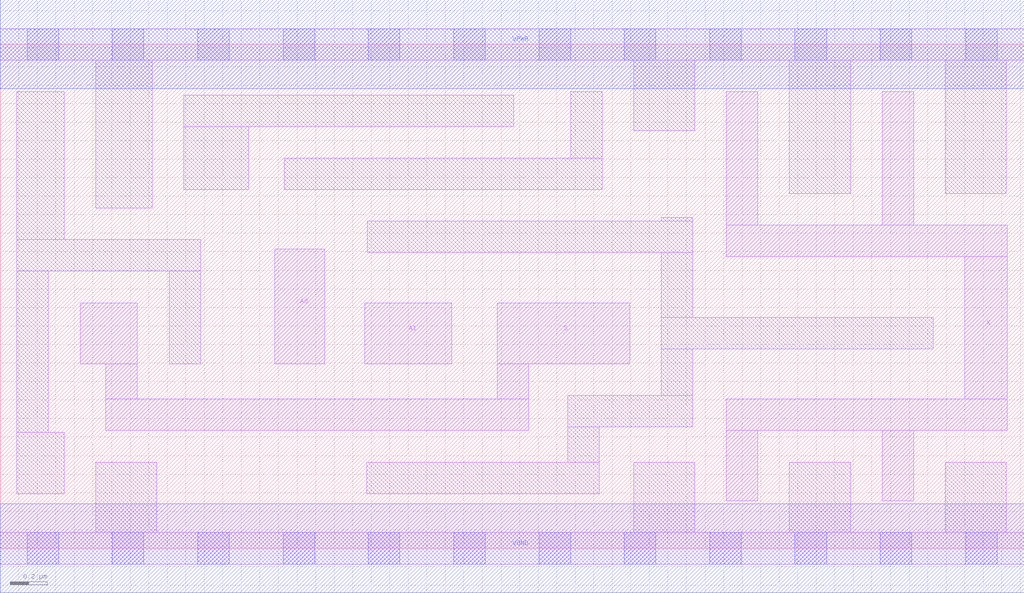
<source format=lef>
# Copyright 2020 The SkyWater PDK Authors
#
# Licensed under the Apache License, Version 2.0 (the "License");
# you may not use this file except in compliance with the License.
# You may obtain a copy of the License at
#
#     https://www.apache.org/licenses/LICENSE-2.0
#
# Unless required by applicable law or agreed to in writing, software
# distributed under the License is distributed on an "AS IS" BASIS,
# WITHOUT WARRANTIES OR CONDITIONS OF ANY KIND, either express or implied.
# See the License for the specific language governing permissions and
# limitations under the License.
#
# SPDX-License-Identifier: Apache-2.0

VERSION 5.7 ;
  NAMESCASESENSITIVE ON ;
  NOWIREEXTENSIONATPIN ON ;
  DIVIDERCHAR "/" ;
  BUSBITCHARS "[]" ;
UNITS
  DATABASE MICRONS 200 ;
END UNITS
MACRO sky130_fd_sc_hd__mux2_4
  CLASS CORE ;
  FOREIGN sky130_fd_sc_hd__mux2_4 ;
  ORIGIN  0.000000  0.000000 ;
  SIZE  5.520000 BY  2.720000 ;
  SYMMETRY X Y R90 ;
  SITE unithd ;
  PIN A0
    ANTENNAGATEAREA  0.247500 ;
    DIRECTION INPUT ;
    USE SIGNAL ;
    PORT
      LAYER li1 ;
        RECT 1.480000 0.995000 1.750000 1.615000 ;
    END
  END A0
  PIN A1
    ANTENNAGATEAREA  0.247500 ;
    DIRECTION INPUT ;
    USE SIGNAL ;
    PORT
      LAYER li1 ;
        RECT 1.965000 0.995000 2.435000 1.325000 ;
    END
  END A1
  PIN S
    ANTENNAGATEAREA  0.495000 ;
    DIRECTION INPUT ;
    USE SIGNAL ;
    PORT
      LAYER li1 ;
        RECT 0.430000 0.995000 0.740000 1.325000 ;
        RECT 0.570000 0.635000 2.850000 0.805000 ;
        RECT 0.570000 0.805000 0.740000 0.995000 ;
        RECT 2.680000 0.805000 2.850000 0.995000 ;
        RECT 2.680000 0.995000 3.395000 1.325000 ;
    END
  END S
  PIN X
    ANTENNADIFFAREA  0.891000 ;
    DIRECTION OUTPUT ;
    USE SIGNAL ;
    PORT
      LAYER li1 ;
        RECT 3.915000 0.255000 4.085000 0.635000 ;
        RECT 3.915000 0.635000 5.430000 0.805000 ;
        RECT 3.915000 1.575000 5.430000 1.745000 ;
        RECT 3.915000 1.745000 4.085000 2.465000 ;
        RECT 4.755000 0.255000 4.925000 0.635000 ;
        RECT 4.755000 1.745000 4.925000 2.465000 ;
        RECT 5.200000 0.805000 5.430000 1.575000 ;
    END
  END X
  PIN VGND
    DIRECTION INOUT ;
    SHAPE ABUTMENT ;
    USE GROUND ;
    PORT
      LAYER met1 ;
        RECT 0.000000 -0.240000 5.520000 0.240000 ;
    END
  END VGND
  PIN VPWR
    DIRECTION INOUT ;
    SHAPE ABUTMENT ;
    USE POWER ;
    PORT
      LAYER met1 ;
        RECT 0.000000 2.480000 5.520000 2.960000 ;
    END
  END VPWR
  OBS
    LAYER li1 ;
      RECT 0.000000 -0.085000 5.520000 0.085000 ;
      RECT 0.000000  2.635000 5.520000 2.805000 ;
      RECT 0.090000  0.295000 0.345000 0.625000 ;
      RECT 0.090000  0.625000 0.260000 1.495000 ;
      RECT 0.090000  1.495000 1.080000 1.665000 ;
      RECT 0.090000  1.665000 0.345000 2.465000 ;
      RECT 0.515000  0.085000 0.845000 0.465000 ;
      RECT 0.515000  1.835000 0.820000 2.635000 ;
      RECT 0.910000  0.995000 1.080000 1.495000 ;
      RECT 0.990000  1.935000 1.340000 2.275000 ;
      RECT 0.990000  2.275000 2.770000 2.445000 ;
      RECT 1.530000  1.935000 3.245000 2.105000 ;
      RECT 1.975000  0.295000 3.230000 0.465000 ;
      RECT 1.980000  1.595000 3.735000 1.765000 ;
      RECT 3.060000  0.465000 3.230000 0.655000 ;
      RECT 3.060000  0.655000 3.735000 0.825000 ;
      RECT 3.075000  2.105000 3.245000 2.465000 ;
      RECT 3.415000  0.085000 3.745000 0.465000 ;
      RECT 3.415000  2.255000 3.745000 2.635000 ;
      RECT 3.565000  0.825000 3.735000 1.075000 ;
      RECT 3.565000  1.075000 5.030000 1.245000 ;
      RECT 3.565000  1.245000 3.735000 1.595000 ;
      RECT 3.565000  1.765000 3.735000 1.785000 ;
      RECT 4.255000  0.085000 4.585000 0.465000 ;
      RECT 4.255000  1.915000 4.585000 2.635000 ;
      RECT 5.095000  0.085000 5.425000 0.465000 ;
      RECT 5.095000  1.915000 5.425000 2.635000 ;
    LAYER mcon ;
      RECT 0.145000 -0.085000 0.315000 0.085000 ;
      RECT 0.145000  2.635000 0.315000 2.805000 ;
      RECT 0.605000 -0.085000 0.775000 0.085000 ;
      RECT 0.605000  2.635000 0.775000 2.805000 ;
      RECT 1.065000 -0.085000 1.235000 0.085000 ;
      RECT 1.065000  2.635000 1.235000 2.805000 ;
      RECT 1.525000 -0.085000 1.695000 0.085000 ;
      RECT 1.525000  2.635000 1.695000 2.805000 ;
      RECT 1.985000 -0.085000 2.155000 0.085000 ;
      RECT 1.985000  2.635000 2.155000 2.805000 ;
      RECT 2.445000 -0.085000 2.615000 0.085000 ;
      RECT 2.445000  2.635000 2.615000 2.805000 ;
      RECT 2.905000 -0.085000 3.075000 0.085000 ;
      RECT 2.905000  2.635000 3.075000 2.805000 ;
      RECT 3.365000 -0.085000 3.535000 0.085000 ;
      RECT 3.365000  2.635000 3.535000 2.805000 ;
      RECT 3.825000 -0.085000 3.995000 0.085000 ;
      RECT 3.825000  2.635000 3.995000 2.805000 ;
      RECT 4.285000 -0.085000 4.455000 0.085000 ;
      RECT 4.285000  2.635000 4.455000 2.805000 ;
      RECT 4.745000 -0.085000 4.915000 0.085000 ;
      RECT 4.745000  2.635000 4.915000 2.805000 ;
      RECT 5.205000 -0.085000 5.375000 0.085000 ;
      RECT 5.205000  2.635000 5.375000 2.805000 ;
  END
END sky130_fd_sc_hd__mux2_4
END LIBRARY

</source>
